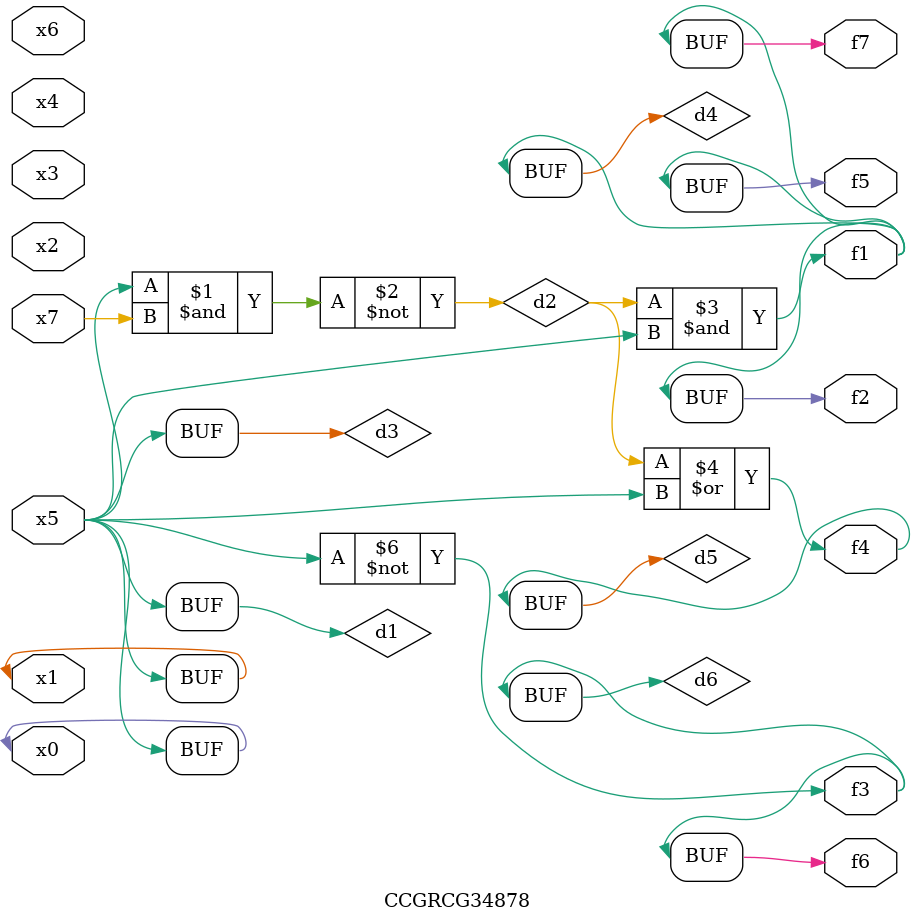
<source format=v>
module CCGRCG34878(
	input x0, x1, x2, x3, x4, x5, x6, x7,
	output f1, f2, f3, f4, f5, f6, f7
);

	wire d1, d2, d3, d4, d5, d6;

	buf (d1, x0, x5);
	nand (d2, x5, x7);
	buf (d3, x0, x1);
	and (d4, d2, d3);
	or (d5, d2, d3);
	nor (d6, d1, d3);
	assign f1 = d4;
	assign f2 = d4;
	assign f3 = d6;
	assign f4 = d5;
	assign f5 = d4;
	assign f6 = d6;
	assign f7 = d4;
endmodule

</source>
